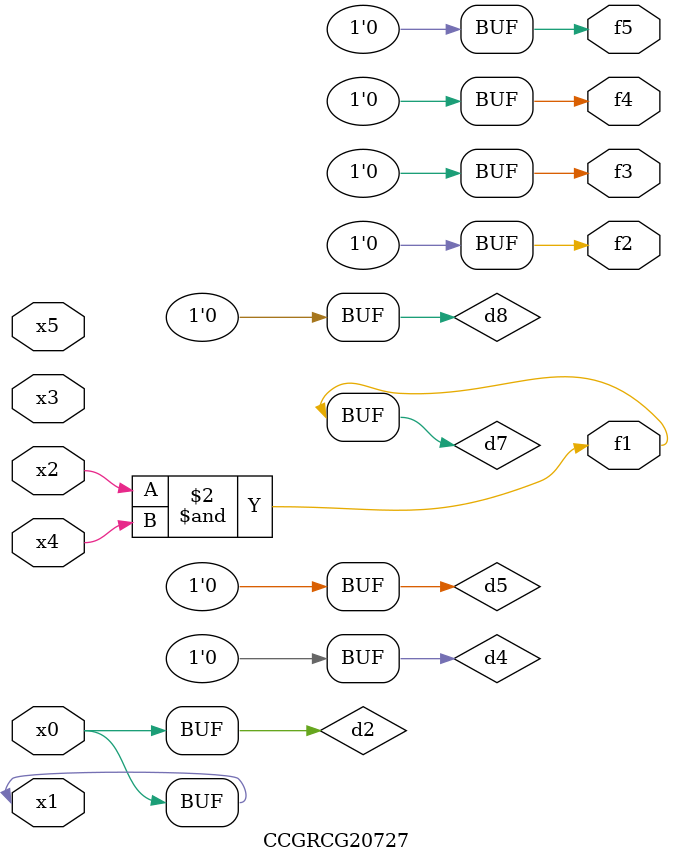
<source format=v>
module CCGRCG20727(
	input x0, x1, x2, x3, x4, x5,
	output f1, f2, f3, f4, f5
);

	wire d1, d2, d3, d4, d5, d6, d7, d8, d9;

	nand (d1, x1);
	buf (d2, x0, x1);
	nand (d3, x2, x4);
	and (d4, d1, d2);
	and (d5, d1, d2);
	nand (d6, d1, d3);
	not (d7, d3);
	xor (d8, d5);
	nor (d9, d5, d6);
	assign f1 = d7;
	assign f2 = d8;
	assign f3 = d8;
	assign f4 = d8;
	assign f5 = d8;
endmodule

</source>
